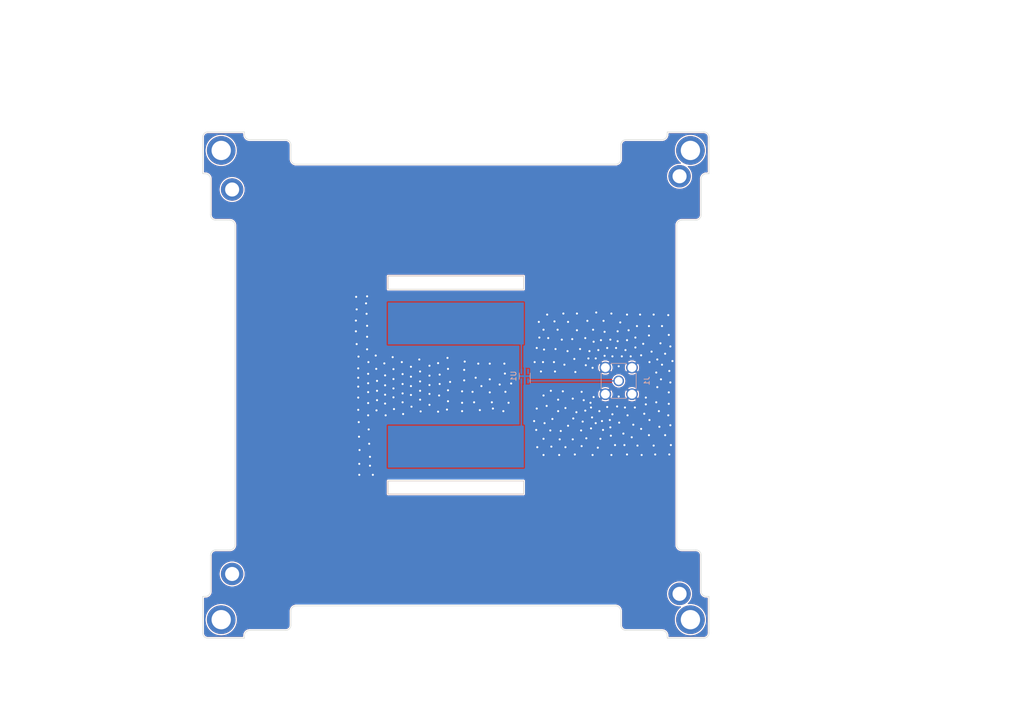
<source format=kicad_pcb>
(kicad_pcb (version 20211014) (generator pcbnew)
  (title_block (title "Updated Antenna PCB") (date "2023-02-09") (rev "3"))
  (layers (0 "F.Cu" signal) (31 "B.Cu" signal) (34 "B.Paste" user) (35 "F.Paste" user) (36 "B.SilkS" user "B.Silkscreen") (37 "F.SilkS" user "F.Silkscreen") (38 "B.Mask" user) (39 "F.Mask" user) (44 "Edge.Cuts" user))
  (net 0 "")
  (net 2 "Net-(U1-Pad4)")
  (net 3 "GND")
  (net 4 "Net-(U1-Pad3)")
  (net 5 "Net-(J1-Pad1)")
  (footprint "ISP:MountingHole_3.7mm_Pad_Modified" (layer "F.Cu") (at 163.45 143.45)
    (fp_text reference "H4")
    (fp_text value "MountingHole")
    (pad "1" thru_hole circle (at 0 0) (size 5.5 5.5) (drill 3.7) (layers *.Cu *.Mask))
  )
  (footprint "MountingHole:MountingHole_2.7mm_M2.5_DIN965_Pad" (layer "F.Cu") (at 161.364 58.495)
    (fp_text reference "H6")
    (fp_text value "MountingHole")
    (pad "1" thru_hole circle (at 0 0) (size 4.3 4.3) (drill 2.7) (layers *.Cu *.Mask))
  )
  (footprint "ISP:MountingHole_3.7mm_Pad_Modified" (layer "F.Cu") (at 73.55 53.55)
    (fp_text reference "H1")
    (fp_text value "MountingHole")
    (pad "1" thru_hole circle (at 0 0) (size 5.5 5.5) (drill 3.7) (layers *.Cu *.Mask))
  )
  (footprint "MountingHole:MountingHole_2.7mm_M2.5_DIN965_Pad" (layer "F.Cu") (at 161.364 138.505)
    (fp_text reference "H8")
    (fp_text value "MountingHole")
    (pad "1" thru_hole circle (at 0 0) (size 4.3 4.3) (drill 2.7) (layers *.Cu *.Mask))
  )
  (footprint "MountingHole:MountingHole_2.7mm_M2.5_DIN965_Pad" (layer "F.Cu") (at 75.639 134.695)
    (fp_text reference "H7")
    (fp_text value "MountingHole")
    (pad "1" thru_hole circle (at 0 0) (size 4.3 4.3) (drill 2.7) (layers *.Cu *.Mask))
  )
  (footprint "MountingHole:MountingHole_2.7mm_M2.5_DIN965_Pad" (layer "F.Cu") (at 75.639 61.035)
    (fp_text reference "H5")
    (fp_text value "MountingHole")
    (pad "1" thru_hole circle (at 0 0) (size 4.3 4.3) (drill 2.7) (layers *.Cu *.Mask))
  )
  (footprint "ISP:MountingHole_3.7mm_Pad_Modified" (layer "F.Cu") (at 73.55 143.45)
    (fp_text reference "H3")
    (fp_text value "MountingHole")
    (pad "1" thru_hole circle (at 0 0) (size 5.5 5.5) (drill 3.7) (layers *.Cu *.Mask))
  )
  (footprint "ISP:MountingHole_3.7mm_Pad_Modified" (layer "F.Cu") (at 163.45 53.55)
    (fp_text reference "H2")
    (fp_text value "MountingHole")
    (pad "1" thru_hole circle (at 0 0) (size 5.5 5.5) (drill 3.7) (layers *.Cu *.Mask))
  )
  (footprint "ISP:SMA_Connector" (layer "B.Cu") (at 149.7 97.7 90)
    (fp_text reference "J1" (at 0 5.4 90 unlocked) (layer "B.SilkS") (effects (justify mirror)))
    (fp_text value "SMA Connector Male")
    (fp_line (start 3.355 1.45) (end 3.355 -1.45) (layer "B.SilkS") (width 0.12))
    (fp_line (start -1.45 3.355) (end 1.45 3.355) (layer "B.SilkS") (width 0.12))
    (fp_line (start -3.355 1.45) (end -3.355 -1.45) (layer "B.SilkS") (width 0.12))
    (fp_line (start -1.45 -3.355) (end 1.45 -3.355) (layer "B.SilkS") (width 0.12))
    (pad "1" thru_hole circle (at 0 0 90) (size 2.05 2.05) (drill 1.5) (layers *.Mask "F.Cu" "In1.Cu" "B.Cu") (net 5 "Net-(J1-Pad1)"))
    (pad "2" thru_hole circle (at 2.55 -2.55 90) (size 2.25 2.25) (drill 1.7) (layers *.Cu *.Mask) (net 3 "GND"))
    (pad "2" thru_hole circle (at -2.55 2.55 90) (size 2.25 2.25) (drill 1.7) (layers *.Cu *.Mask) (net 3 "GND"))
    (pad "2" thru_hole circle (at -2.55 -2.55 90) (size 2.25 2.25) (drill 1.7) (layers *.Cu *.Mask) (net 3 "GND"))
    (pad "2" thru_hole circle (at 2.55 2.55 90) (size 2.25 2.25) (drill 1.7) (layers *.Cu *.Mask) (net 3 "GND"))
  )
  (footprint "ISP:Antenna_Pads" (layer "B.Cu") (at 118.5 98.5 -90)
    (fp_text reference "AE1")
    (fp_text value "Dipole_Antenna")
    (fp_line (start 18.35 -13) (end 20.89 -13) (layer "B.SilkS") (width 0.12))
    (fp_line (start -20.89 13) (end -20.89 -13) (layer "B.SilkS") (width 0.12))
    (fp_line (start 20.89 13) (end 20.89 -13) (layer "B.SilkS") (width 0.12))
    (fp_line (start 18.35 13) (end 18.35 -13) (layer "B.SilkS") (width 0.12))
    (fp_line (start -20.89 -13) (end -18.35 -13) (layer "B.SilkS") (width 0.12))
    (fp_line (start -18.35 13) (end -18.35 -13) (layer "B.SilkS") (width 0.12))
    (fp_line (start -18.35 13) (end -20.89 13) (layer "B.SilkS") (width 0.12))
    (fp_line (start 20.89 13) (end 18.35 13) (layer "B.SilkS") (width 0.12))
    (pad "1" smd rect (at -11.8 0 270) (size 8 26) (layers "B.Cu" "B.Paste" "B.Mask") (net 2 "Net-(U1-Pad4)"))
    (pad "1" smd rect (at -11.8 -12 270) (size 8 2) (layers "B.Cu" "B.Paste" "B.Mask") (net 2 "Net-(U1-Pad4)"))
    (pad "2" smd rect (at 11.8 0 270) (size 8 26) (layers "B.Cu" "B.Paste" "B.Mask") (net 4 "Net-(U1-Pad3)"))
    (pad "2" smd rect (at 11.8 -12 270) (size 8 2) (layers "B.Cu" "B.Paste" "B.Mask") (net 4 "Net-(U1-Pad3)"))
  )
  (footprint "RF_Converter:Balun_Johanson_5400BL15B050E" (layer "B.Cu") (at 131.7 96.8 90)
    (fp_text reference "U1" (at 0 -2.15 90) (layer "B.SilkS") (effects (justify mirror)))
    (fp_text value "HHM1589D1")
    (fp_line (start -1.3 1.05) (end 0.6 1.05) (layer "B.SilkS") (width 0.12))
    (fp_line (start -0.6 -1.05) (end 0.6 -1.05) (layer "B.SilkS") (width 0.12))
    (pad "1" smd rect (at -0.9 0.65 90) (size 1 0.35) (layers "B.Cu" "B.Paste" "B.Mask") (net 5 "Net-(J1-Pad1)") (clearance 0.2))
    (pad "2" smd rect (at -0.9 0 90) (size 1 0.35) (layers "B.Cu" "B.Paste" "B.Mask") (net 3 "GND"))
    (pad "3" smd rect (at -0.9 -0.65 90) (size 1 0.35) (layers "B.Cu" "B.Paste" "B.Mask") (net 4 "Net-(U1-Pad3)") (clearance 0.2))
    (pad "4" smd rect (at 0.9 -0.65 90) (size 1 0.35) (layers "B.Cu" "B.Paste" "B.Mask") (net 2 "Net-(U1-Pad4)") (clearance 0.2))
    (pad "5" smd rect (at 0.9 0 90) (size 1 0.35) (layers "B.Cu" "B.Paste" "B.Mask") (net 3 "GND"))
    (pad "6" smd rect (at 0.9 0.65 90) (size 1 0.35) (layers "B.Cu" "B.Paste" "B.Mask") (clearance 0.2))
  )
  (gr_arc (start 76.2 129.1) (mid 75.907107 129.807107) (end 75.2 130.1) (layer "Edge.Cuts") (width 0.1))
  (gr_arc (start 71.5 131.1) (mid 71.792893 130.392893) (end 72.5 130.1) (layer "Edge.Cuts") (width 0.1))
  (gr_arc (start 160.8 67.9) (mid 161.092893 67.192893) (end 161.8 66.9) (layer "Edge.Cuts") (width 0.1))
  (gr_line (start 167 58) (end 167 51) (layer "Edge.Cuts") (width 0.1))
  (gr_line (start 167 58) (end 166.5 58) (layer "Edge.Cuts") (width 0.1))
  (gr_arc (start 87.9 56.2) (mid 87.192893 55.907107) (end 86.9 55.2) (layer "Edge.Cuts") (width 0.1))
  (gr_line (start 159 50) (end 166 50) (layer "Edge.Cuts") (width 0.1))
  (gr_arc (start 166.5 139) (mid 165.792893 138.707107) (end 165.5 138) (layer "Edge.Cuts") (width 0.1))
  (gr_arc (start 71 147) (mid 70.292893 146.707107) (end 70 146) (layer "Edge.Cuts") (width 0.1))
  (gr_line (start 149.1 140.8) (end 87.9 140.8) (layer "Edge.Cuts") (width 0.1))
  (gr_arc (start 167 146) (mid 166.707107 146.707107) (end 166 147) (layer "Edge.Cuts") (width 0.1))
  (gr_arc (start 78 146.5) (mid 78.292893 145.792893) (end 79 145.5) (layer "Edge.Cuts") (width 0.1))
  (gr_arc (start 158 145.5) (mid 158.707107 145.792893) (end 159 146.5) (layer "Edge.Cuts") (width 0.1))
  (gr_line (start 70 139) (end 70 146) (layer "Edge.Cuts") (width 0.1))
  (gr_arc (start 164.5 130.1) (mid 165.207107 130.392893) (end 165.5 131.1) (layer "Edge.Cuts") (width 0.1))
  (gr_line (start 70.5 58) (end 70 58) (layer "Edge.Cuts") (width 0.1))
  (gr_line (start 150.1 141.8) (end 150.1 144.5) (layer "Edge.Cuts") (width 0.1))
  (gr_line (start 87.9 56.2) (end 149.1 56.2) (layer "Edge.Cuts") (width 0.1))
  (gr_arc (start 72.5 66.9) (mid 71.792893 66.607107) (end 71.5 65.9) (layer "Edge.Cuts") (width 0.1))
  (gr_line (start 78 147) (end 71 147) (layer "Edge.Cuts") (width 0.1))
  (gr_line (start 166 147) (end 159 147) (layer "Edge.Cuts") (width 0.1))
  (gr_line (start 166.5 139) (end 167 139) (layer "Edge.Cuts") (width 0.1))
  (gr_arc (start 159 50.5) (mid 158.707107 51.207107) (end 158 51.5) (layer "Edge.Cuts") (width 0.1))
  (gr_line (start 160.8 67.9) (end 160.8 129.1) (layer "Edge.Cuts") (width 0.1))
  (gr_line (start 85.9 145.5) (end 79 145.5) (layer "Edge.Cuts") (width 0.1))
  (gr_line (start 75.2 130.1) (end 72.5 130.1) (layer "Edge.Cuts") (width 0.1))
  (gr_line (start 165.5 59) (end 165.5 65.9) (layer "Edge.Cuts") (width 0.1))
  (gr_line (start 150.1 55.2) (end 150.1 52.5) (layer "Edge.Cuts") (width 0.1))
  (gr_arc (start 150.1 55.2) (mid 149.807107 55.907107) (end 149.1 56.2) (layer "Edge.Cuts") (width 0.1))
  (gr_line (start 86.9 141.8) (end 86.9 144.5) (layer "Edge.Cuts") (width 0.1))
  (gr_line (start 158 145.5) (end 151.1 145.5) (layer "Edge.Cuts") (width 0.1))
  (gr_arc (start 86.9 141.8) (mid 87.192893 141.092893) (end 87.9 140.8) (layer "Edge.Cuts") (width 0.1))
  (gr_rect (start 105.499582 116.850365) (end 131.499626 119.389873) (layer "Edge.Cuts") (width 0.1) (fill none))
  (gr_line (start 75.2 66.9) (end 72.5 66.9) (layer "Edge.Cuts") (width 0.1))
  (gr_rect (start 105.5 80.15) (end 131.50113 77.611303) (layer "Edge.Cuts") (width 0.1) (fill none))
  (gr_arc (start 79 51.5) (mid 78.292893 51.207107) (end 78 50.5) (layer "Edge.Cuts") (width 0.1))
  (gr_line (start 161.8 130.1) (end 164.5 130.1) (layer "Edge.Cuts") (width 0.1))
  (gr_arc (start 166 50) (mid 166.707107 50.292893) (end 167 51) (layer "Edge.Cuts") (width 0.1))
  (gr_line (start 79 51.5) (end 85.9 51.5) (layer "Edge.Cuts") (width 0.1))
  (gr_line (start 71.5 131.1) (end 71.5 138) (layer "Edge.Cuts") (width 0.1))
  (gr_line (start 161.8 66.9) (end 164.5 66.9) (layer "Edge.Cuts") (width 0.1))
  (gr_line (start 159 50) (end 159 50.5) (layer "Edge.Cuts") (width 0.1))
  (gr_arc (start 86.9 144.5) (mid 86.607107 145.207107) (end 85.9 145.5) (layer "Edge.Cuts") (width 0.1))
  (gr_line (start 78 50.5) (end 78 50) (layer "Edge.Cuts") (width 0.1))
  (gr_line (start 70 139) (end 70.5 139) (layer "Edge.Cuts") (width 0.1))
  (gr_arc (start 70.5 58) (mid 71.207107 58.292893) (end 71.5 59) (layer "Edge.Cuts") (width 0.1))
  (gr_arc (start 161.8 130.1) (mid 161.092893 129.807107) (end 160.8 129.1) (layer "Edge.Cuts") (width 0.1))
  (gr_arc (start 165.5 59) (mid 165.792893 58.292893) (end 166.5 58) (layer "Edge.Cuts") (width 0.1))
  (gr_line (start 76.2 129.1) (end 76.2 67.9) (layer "Edge.Cuts") (width 0.1))
  (gr_line (start 86.9 55.2) (end 86.9 52.5) (layer "Edge.Cuts") (width 0.1))
  (gr_line (start 70 51) (end 70 58) (layer "Edge.Cuts") (width 0.1))
  (gr_line (start 158 51.5) (end 151.1 51.5) (layer "Edge.Cuts") (width 0.1))
  (gr_line (start 71.5 59) (end 71.5 65.9) (layer "Edge.Cuts") (width 0.1))
  (gr_arc (start 85.9 51.5) (mid 86.607107 51.792893) (end 86.9 52.5) (layer "Edge.Cuts") (width 0.1))
  (gr_arc (start 165.5 65.9) (mid 165.207107 66.607107) (end 164.5 66.9) (layer "Edge.Cuts") (width 0.1))
  (gr_arc (start 149.1 140.8) (mid 149.807107 141.092893) (end 150.1 141.8) (layer "Edge.Cuts") (width 0.1))
  (gr_line (start 159 146.5) (end 159 147) (layer "Edge.Cuts") (width 0.1))
  (gr_arc (start 71.5 138) (mid 71.207107 138.707107) (end 70.5 139) (layer "Edge.Cuts") (width 0.1))
  (gr_arc (start 151.1 145.5) (mid 150.392893 145.207107) (end 150.1 144.5) (layer "Edge.Cuts") (width 0.1))
  (gr_arc (start 150.1 52.5) (mid 150.392893 51.792893) (end 151.1 51.5) (layer "Edge.Cuts") (width 0.1))
  (gr_line (start 165.5 131.1) (end 165.5 138) (layer "Edge.Cuts") (width 0.1))
  (gr_arc (start 70 51) (mid 70.292893 50.292893) (end 71 50) (layer "Edge.Cuts") (width 0.1))
  (gr_line (start 78 50) (end 71 50) (layer "Edge.Cuts") (width 0.1))
  (gr_line (start 167 139) (end 167 146) (layer "Edge.Cuts") (width 0.1))
  (gr_arc (start 75.2 66.9) (mid 75.907107 67.192893) (end 76.2 67.9) (layer "Edge.Cuts") (width 0.1))
  (gr_line (start 78 147) (end 78 146.5) (layer "Edge.Cuts") (width 0.1))
  (segment (start 131.05 87.25) (end 130.5 86.7) (width 0.25) (layer "B.Cu") (net 2))
  (segment (start 131.05 95.9) (end 131.05 87.25) (width 0.25) (layer "B.Cu") (net 2))
  (via (at 143 101.4) (size 0.8) (drill 0.4) (layers "F.Cu" "B.Cu") (net 3))
  (via (at 154.6 104) (size 0.8) (drill 0.4) (layers "F.Cu" "B.Cu") (net 3))
  (via (at 156 92.1) (size 0.8) (drill 0.4) (layers "F.Cu" "B.Cu") (net 3))
  (via (at 159.7 110) (size 0.8) (drill 0.4) (layers "F.Cu" "B.Cu") (net 3))
  (via (at 157.1 98.9) (size 0.8) (drill 0.4) (layers "F.Cu" "B.Cu") (net 3))
  (via (at 152 93) (size 0.8) (drill 0.4) (layers "F.Cu" "B.Cu") (net 3))
  (via (at 136.7 99.6) (size 0.8) (drill 0.4) (layers "F.Cu" "B.Cu") (net 3))
  (via (at 135.2 94.1) (size 0.8) (drill 0.4) (layers "F.Cu" "B.Cu") (net 3))
  (via (at 151.3 111.8) (size 0.8) (drill 0.4) (layers "F.Cu" "B.Cu") (net 3))
  (via (at 102.6 115.7) (size 0.8) (drill 0.4) (layers "F.Cu" "B.Cu") (net 3))
  (via (at 143.3 103.4) (size 0.8) (drill 0.4) (layers "F.Cu" "B.Cu") (net 3))
  (via (at 127.8 94.4) (size 0.8) (drill 0.4) (layers "F.Cu" "B.Cu") (net 3))
  (via (at 159.3 88.9) (size 0.8) (drill 0.4) (layers "F.Cu" "B.Cu") (net 3))
  (via (at 152.9 89.4) (size 0.8) (drill 0.4) (layers "F.Cu" "B.Cu") (net 3))
  (via (at 150.3 93) (size 0.8) (drill 0.4) (layers "F.Cu" "B.Cu") (net 3))
  (via (at 125.6 103) (size 0.8) (drill 0.4) (layers "F.Cu" "B.Cu") (net 3))
  (via (at 139.3 94.6) (size 0.8) (drill 0.4) (layers "F.Cu" "B.Cu") (net 3))
  (via (at 156.4 85) (size 0.8) (drill 0.4) (layers "F.Cu" "B.Cu") (net 3))
  (via (at 147 88.3) (size 0.8) (drill 0.4) (layers "F.Cu" "B.Cu") (net 3))
  (via (at 142.6 99.8) (size 0.8) (drill 0.4) (layers "F.Cu" "B.Cu") (net 3))
  (via (at 102.05 113.95) (size 0.8) (drill 0.4) (layers "F.Cu" "B.Cu") (net 3))
  (via (at 144.4 102.8) (size 0.8) (drill 0.4) (layers "F.Cu" "B.Cu") (net 3))
  (via (at 101.7 104.3) (size 0.8) (drill 0.4) (layers "F.Cu" "B.Cu") (net 3))
  (via (at 119.7 103.5) (size 0.8) (drill 0.4) (layers "F.Cu" "B.Cu") (net 3))
  (via (at 139.9 92) (size 0.8) (drill 0.4) (layers "F.Cu" "B.Cu") (net 3))
  (via (at 128 99.8) (size 0.8) (drill 0.4) (layers "F.Cu" "B.Cu") (net 3))
  (via (at 115.3 100.5) (size 0.8) (drill 0.4) (layers "F.Cu" "B.Cu") (net 3))
  (via (at 111.65 99.6) (size 0.8) (drill 0.4) (layers "F.Cu" "B.Cu") (net 3))
  (via (at 100 115.7) (size 0.8) (drill 0.4) (layers "F.Cu" "B.Cu") (net 3))
  (via (at 152.5 106.1) (size 0.8) (drill 0.4) (layers "F.Cu" "B.Cu") (net 3))
  (via (at 142.5 107.2) (size 0.8) (drill 0.4) (layers "F.Cu" "B.Cu") (net 3))
  (via (at 104.95 100.35) (size 0.8) (drill 0.4) (layers "F.Cu" "B.Cu") (net 3))
  (via (at 119.7 101.9) (size 0.8) (drill 0.4) (layers "F.Cu" "B.Cu") (net 3))
  (via (at 104.95 96.65) (size 0.8) (drill 0.4) (layers "F.Cu" "B.Cu") (net 3))
  (via (at 156.9 101.8) (size 0.8) (drill 0.4) (layers "F.Cu" "B.Cu") (net 3))
  (via (at 152.8 102.8) (size 0.8) (drill 0.4) (layers "F.Cu" "B.Cu") (net 3))
  (via (at 108.3 98.3) (size 0.8) (drill 0.4) (layers "F.Cu" "B.Cu") (net 3))
  (via (at 100 113.6) (size 0.8) (drill 0.4) (layers "F.Cu" "B.Cu") (net 3))
  (via (at 155.5 89) (size 0.8) (drill 0.4) (layers "F.Cu" "B.Cu") (net 3))
  (via (at 136.8 110.3) (size 0.8) (drill 0.4) (layers "F.Cu" "B.Cu") (net 3))
  (via (at 156.7 111.8) (size 0.8) (drill 0.4) (layers "F.Cu" "B.Cu") (net 3))
  (via (at 138 87.9) (size 0.8) (drill 0.4) (layers "F.Cu" "B.Cu") (net 3))
  (via (at 156.4 110.1) (size 0.8) (drill 0.4) (layers "F.Cu" "B.Cu") (net 3))
  (via (at 144.9 90.2) (size 0.8) (drill 0.4) (layers "F.Cu" "B.Cu") (net 3))
  (via (at 134.4 86.4) (size 0.8) (drill 0.4) (layers "F.Cu" "B.Cu") (net 3))
  (via (at 113.45 102.3) (size 0.8) (drill 0.4) (layers "F.Cu" "B.Cu") (net 3))
  (via (at 113.45 98.5) (size 0.8) (drill 0.4) (layers "F.Cu" "B.Cu") (net 3))
  (via (at 108.3 101.8) (size 0.8) (drill 0.4) (layers "F.Cu" "B.Cu") (net 3))
  (via (at 145.3 105.8) (size 0.8) (drill 0.4) (layers "F.Cu" "B.Cu") (net 3))
  (via (at 155.6 94.1) (size 0.8) (drill 0.4) (layers "F.Cu" "B.Cu") (net 3))
  (via (at 143.3 89.5) (size 0.8) (drill 0.4) (layers "F.Cu" "B.Cu") (net 3))
  (via (at 147.5 91.4) (size 0.8) (drill 0.4) (layers "F.Cu" "B.Cu") (net 3))
  (via (at 151.4 104.3) (size 0.8) (drill 0.4) (layers "F.Cu" "B.Cu") (net 3))
  (via (at 145.8 91.8) (size 0.8) (drill 0.4) (layers "F.Cu" "B.Cu") (net 3))
  (via (at 155.5 108.1) (size 0.8) (drill 0.4) (layers "F.Cu" "B.Cu") (net 3))
  (via (at 108.15 94.1) (size 0.8) (drill 0.4) (layers "F.Cu" "B.Cu") (net 3))
  (via (at 148.5 93) (size 0.8) (drill 0.4) (layers "F.Cu" "B.Cu") (net 3))
  (via (at 149.7 94.9) (size 0.8) (drill 0.4) (layers "F.Cu" "B.Cu") (net 3))
  (via (at 108.4 104.05) (size 0.8) (drill 0.4) (layers "F.Cu" "B.Cu") (net 3))
  (via (at 151.3 89.9) (size 0.8) (drill 0.4) (layers "F.Cu" "B.Cu") (net 3))
  (via (at 106.65 103.1) (size 0.8) (drill 0.4) (layers "F.Cu" "B.Cu") (net 3))
  (via (at 135.9 102.5) (size 0.8) (drill 0.4) (layers "F.Cu" "B.Cu") (net 3))
  (via (at 141 104.9) (size 0.8) (drill 0.4) (layers "F.Cu" "B.Cu") (net 3))
  (via (at 145.4 84.6) (size 0.8) (drill 0.4) (layers "F.Cu" "B.Cu") (net 3))
  (via (at 104.8 94.35) (size 0.8) (drill 0.4) (layers "F.Cu" "B.Cu") (net 3))
  (via (at 138.6 107.3) (size 0.8) (drill 0.4) (layers "F.Cu" "B.Cu") (net 3))
  (via (at 99.5 90.65) (size 0.8) (drill 0.4) (layers "F.Cu" "B.Cu") (net 3))
  (via (at 99.4 81.6) (size 0.8) (drill 0.4) (layers "F.Cu" "B.Cu") (net 3))
  (via (at 123.4 98.7) (size 0.8) (drill 0.4) (layers "F.Cu" "B.Cu") (net 3))
  (via (at 144.6 104.7) (size 0.8) (drill 0.4) (layers "F.Cu" "B.Cu") (net 3))
  (via (at 104.95 102.05) (size 0.8) (drill 0.4) (layers "F.Cu" "B.Cu") (net 3))
  (via (at 149.5 90.1) (size 0.8) (drill 0.4) (layers "F.Cu" "B.Cu") (net 3))
  (via (at 134.5 89.4) (size 0.8) (drill 0.4) (layers "F.Cu" "B.Cu") (net 3))
  (via (at 99.8 103.25) (size 0.8) (drill 0.4) (layers "F.Cu" "B.Cu") (net 3))
  (via (at 122.3 97.1) (size 0.8) (drill 0.4) (layers "F.Cu" "B.Cu") (net 3))
  (via (at 139.1 84.8) (size 0.8) (drill 0.4) (layers "F.Cu" "B.Cu") (net 3))
  (via (at 103.4 101.4) (size 0.8) (drill 0.4) (layers "F.Cu" "B.Cu") (net 3))
  (via (at 111.5 93.6) (size 0.8) (drill 0.4) (layers "F.Cu" "B.Cu") (net 3))
  (via (at 101.5 87.15) (size 0.8) (drill 0.4) (layers "F.Cu" "B.Cu") (net 3))
  (via (at 116.9 93.3) (size 0.8) (drill 0.4) (layers "F.Cu" "B.Cu") (net 3))
  (via (at 138.4 108.9) (size 0.8) (drill 0.4) (layers "F.Cu" "B.Cu") (net 3))
  (via (at 143.5 108.7) (size 0.8) (drill 0.4) (layers "F.Cu" "B.Cu") (net 3))
  (via (at 140.9 108.9) (size 0.8) (drill 0.4) (layers "F.Cu" "B.Cu") (net 3))
  (via (at 133.5 105.4) (size 0.8) (drill 0.4) (layers "F.Cu" "B.Cu") (net 3))
  (via (at 158 94.6) (size 0.8) (drill 0.4) (layers "F.Cu" "B.Cu") (net 3))
  (via (at 101.7 96.35) (size 0.8) (drill 0.4) (layers "F.Cu" "B.Cu") (net 3))
  (via (at 135.5 105.8) (size 0.8) (drill 0.4) (layers "F.Cu" "B.Cu") (net 3))
  (via (at 109.9 95) (size 0.8) (drill 0.4) (layers "F.Cu" "B.Cu") (net 3))
  (via (at 144.4 106.8) (size 0.8) (drill 0.4) (layers "F.Cu" "B.Cu") (net 3))
  (via (at 125.4 101.8) (size 0.8) (drill 0.4) (layers "F.Cu" "B.Cu") (net 3))
  (via (at 141.7 88) (size 0.8) (drill 0.4) (layers "F.Cu" "B.Cu") (net 3))
  (via (at 117 95.4) (size 0.8) (drill 0.4) (layers "F.Cu" "B.Cu") (net 3))
  (via (at 99.85 93.05) (size 0.8) (drill 0.4) (layers "F.Cu" "B.Cu") (net 3))
  (via (at 153.3 110.1) (size 0.8) (drill 0.4) (layers "F.Cu" "B.Cu") (net 3))
  (via (at 150 86.5) (size 0.8) (drill 0.4) (layers "F.Cu" "B.Cu") (net 3))
  (via (at 154.9 102.2) (size 0.8) (drill 0.4) (layers "F.Cu" "B.Cu") (net 3))
  (via (at 146.3 89.9) (size 0.8) (drill 0.4) (layers "F.Cu" "B.Cu") (net 3))
  (via (at 122.8 94.4) (size 0.8) (drill 0.4) (layers "F.Cu" "B.Cu") (net 3))
  (via (at 155.5 87.2) (size 0.8) (drill 0.4) (layers "F.Cu" "B.Cu") (net 3))
  (via (at 115.1 103.6) (size 0.8) (drill 0.4) (layers "F.Cu" "B.Cu") (net 3))
  (via (at 144.9 100.8) (size 0.8) (drill 0.4) (layers "F.Cu" "B.Cu") (net 3))
  (via (at 159.6 98) (size 0.8) (drill 0.4) (layers "F.Cu" "B.Cu") (net 3))
  (via (at 102.05 112.25) (size 0.8) (drill 0.4) (layers "F.Cu" "B.Cu") (net 3))
  (via (at 151.6 88) (size 0.8) (drill 0.4) (layers "F.Cu" "B.Cu") (net 3))
  (via (at 108.3 96.4) (size 0.8) (drill 0.4) (layers "F.Cu" "B.Cu") (net 3))
  (via (at 159.3 102.1) (size 0.8) (drill 0.4) (layers "F.Cu" "B.Cu") (net 3))
  (via (at 104.95 98.55) (size 0.8) (drill 0.4) (layers "F.Cu" "B.Cu") (net 3))
  (via (at 115.4 98.3) (size 0.8) (drill 0.4) (layers "F.Cu" "B.Cu") (net 3))
  (via (at 120.2 94) (size 0.8) (drill 0.4) (layers "F.Cu" "B.Cu") (net 3))
  (via (at 137.3 94.1) (size 0.8) (drill 0.4) (layers "F.Cu" "B.Cu") (net 3))
  (via (at 149.2 91.4) (size 0.8) (drill 0.4) (layers "F.Cu" "B.Cu") (net 3))
  (via (at 143.7 86.2) (size 0.8) (drill 0.4) (layers "F.Cu" "B.Cu") (net 3))
  (via (at 99.5 84) (size 0.8) (drill 0.4) (layers "F.Cu" "B.Cu") (net 3))
  (via (at 149.8 105.7) (size 0.8) (drill 0.4) (layers "F.Cu" "B.Cu") (net 3))
  (via (at 101.4 84.85) (size 0.8) (drill 0.4) (layers "F.Cu" "B.Cu") (net 3))
  (via (at 99.35 88.2) (size 0.8) (drill 0.4) (layers "F.Cu" "B.Cu") (net 3))
  (via (at 120.1 95.6) (size 0.8) (drill 0.4) (layers "F.Cu" "B.Cu") (net 3))
  (via (at 160 93.9) (size 0.8) (drill 0.4) (layers "F.Cu" "B.Cu") (net 3))
  (via (at 138.8 89.8) (size 0.8) (drill 0.4) (layers "F.Cu" "B.Cu") (net 3))
  (via (at 117 99.5) (size 0.8) (drill 0.4) (layers "F.Cu" "B.Cu") (net 3))
  (via (at 110 102.65) (size 0.8) (drill 0.4) (layers "F.Cu" "B.Cu") (net 3))
  (via (at 109.9 96.9) (size 0.8) (drill 0.4) (layers "F.Cu" "B.Cu") (net 3))
  (via (at 157.1 93.6) (size 0.8) (drill 0.4) (layers "F.Cu" "B.Cu") (net 3))
  (via (at 120.1 97.6) (size 0.8) (drill 0.4) (layers "F.Cu" "B.Cu") (net 3))
  (via (at 146.8 86.2) (size 0.8) (drill 0.4) (layers "F.Cu" "B.Cu") (net 3))
  (via (at 139.5 102.9) (size 0.8) (drill 0.4) (layers "F.Cu" "B.Cu") (net 3))
  (via (at 159.4 111.8) (size 0.8) (drill 0.4) (layers "F.Cu" "B.Cu") (net 3))
  (via (at 144.7 111.9) (size 0.8) (drill 0.4) (layers "F.Cu" "B.Cu") (net 3))
  (via (at 111.75 103.55) (size 0.8) (drill 0.4) (layers "F.Cu" "B.Cu") (net 3))
  (via (at 153.2 87.2) (size 0.8) (drill 0.4) (layers "F.Cu" "B.Cu") (net 3))
  (via (at 135.3 108.8) (size 0.8) (drill 0.4) (layers "F.Cu" "B.Cu") (net 3))
  (via (at 148.1 106.6) (size 0.8) (drill 0.4) (layers "F.Cu" "B.Cu") (net 3))
  (via (at 143.9 93.4) (size 0.8) (drill 0.4) (layers "F.Cu" "B.Cu") (net 3))
  (via (at 115.4 96.5) (size 0.8) (drill 0.4) (layers "F.Cu" "B.Cu") (net 3))
  (via (at 101.5 91.65) (size 0.8) (drill 0.4) (layers "F.Cu" "B.Cu") (net 3))
  (via (at 148.1 89.8) (size 0.8) (drill 0.4) (layers "F.Cu" "B.Cu") (net 3))
  (via (at 135.3 100.5) (size 0.8) (drill 0.4) (layers "F.Cu" "B.Cu") (net 3))
  (via (at 138.1 101.3) (size 0.8) (drill 0.4) (layers "F.Cu" "B.Cu") (net 3))
  (via (at 99.9 105.6) (size 0.8) (drill 0.4) (layers "F.Cu" "B.Cu") (net 3))
  (via (at 134 91.4) (size 0.8) (drill 0.4) (layers "F.Cu" "B.Cu") (net 3))
  (via (at 149.5 88.2) (size 0.8) (drill 0.4) (layers "F.Cu" "B.Cu") (net 3))
  (via (at 106.55 95.45) (size 0.8) (drill 0.4) (layers "F.Cu" "B.Cu") (net 3))
  (via (at 106.55 97.35) (size 0.8) (drill 0.4) (layers "F.Cu" "B.Cu") (net 3))
  (via (at 149.4 102.6) (size 0.8) (drill 0.4) (layers "F.Cu" "B.Cu") (net 3))
  (via (at 152.9 91.3) (size 0.8) (drill 0.4) (layers "F.Cu" "B.Cu") (net 3))
  (via (at 113.45 100.2) (size 0.8) (drill 0.4) (layers "F.Cu" "B.Cu") (net 3))
  (via (at 154.1 111.9) (size 0.8) (drill 0.4) (layers "F.Cu" "B.Cu") (net 3))
  (via (at 103.25 95.4) (size 0.8) (drill 0.4) (layers "F.Cu" "B.Cu") (net 3))
  (via (at 128.6 101.9) (size 0.8) (drill 0.4) (layers "F.Cu" "B.Cu") (net 3))
  (via (at 140.9 101.1) (size 0.8) (drill 0.4) (layers "F.Cu" "B.Cu") (net 3))
  (via (at 148.5 104.1) (size 0.8) (drill 0.4) (layers "F.Cu" "B.Cu") (net 3))
  (via (at 150.9 102.8) (size 0.8) (drill 0.4) (layers "F.Cu" "B.Cu") (net 3))
  (via (at 146 103.5) (size 0.8) (drill 0.4) (layers "F.Cu" "B.Cu") (net 3))
  (via (at 154 92.8) (size 0.8) (drill 0.4) (layers "F.Cu" "B.Cu") (net 3))
  (via (at 136.2 89.5) (size 0.8) (drill 0.4) (layers "F.Cu" "B.Cu") (net 3))
  (via (at 101.75 94.1) (size 0.8) (drill 0.4) (layers "F.Cu" "B.Cu") (net 3))
  (via (at 151.3 85) (size 0.8) (drill 0.4) (layers "F.Cu" "B.Cu") (net 3))
  (via (at 137.4 86.3) (size 0.8) (drill 0.4) (layers "F.Cu" "B.Cu") (net 3))
  (via (at 138.1 103.5) (size 0.8) (drill 0.4) (layers "F.Cu" "B.Cu") (net 3))
  (via (at 148.2 108.2) (size 0.8) (drill 0.4) (layers "F.Cu" "B.Cu") (net 3))
  (via (at 149 110) (size 0.8) (drill 0.4) (layers "F.Cu" "B.Cu") (net 3))
  (via (at 109.9 98.7) (size 0.8) (drill 0.4) (layers "F.Cu" "B.Cu") (net 3))
  (via (at 113.45 96.7) (size 0.8) (drill 0.4) (layers "F.Cu" "B.Cu") (net 3))
  (via (at 101.5 81.5) (size 0.8) (drill 0.4) (layers "F.Cu" "B.Cu") (net 3))
  (via (at 119.7 99.7) (size 0.8) (drill 0.4) (layers "F.Cu" "B.Cu") (net 3))
  (via (at 150.8 110) (size 0.8) (drill 0.4) (layers "F.Cu" "B.Cu") (net 3))
  (via (at 137.5 95.9) (size 0.8) (drill 0.4) (layers "F.Cu" "B.Cu") (net 3))
  (via (at 159.2 104.3) (size 0.8) (drill 0.4) (layers "F.Cu" "B.Cu") (net 3))
  (via (at 135.4 91.7) (size 0.8) (drill 0.4) (layers "F.Cu" "B.Cu") (net 3))
  (via (at 103.3 103.35) (size 0.8) (drill 0.4) (layers "F.Cu" "B.Cu") (net 3))
  (via (at 113.45 94.8) (size 0.8) (drill 0.4) (layers "F.Cu" "B.Cu") (net 3))
  (via (at 126.9 98.4) (size 0.8) (drill 0.4) (layers "F.Cu" "B.Cu") (net 3))
  (via (at 123.1 103.3) (size 0.8) (drill 0.4) (layers "F.Cu" "B.Cu") (net 3))
  (via (at 143.4 94.7) (size 0.8) (drill 0.4) (layers "F.Cu" "B.Cu") (net 3))
  (via (at 155.6 105.2) (size 0.8) (drill 0.4) (layers "F.Cu" "B.Cu") (net 3))
  (via (at 136.6 107.2) (size 0.8) (drill 0.4) (layers "F.Cu" "B.Cu") (net 3))
  (via (at 111.65 101.3) (size 0.8) (drill 0.4) (layers "F.Cu" "B.Cu") (net 3))
  (via (at 138.3 111.9) (size 0.8) (drill 0.4) (layers "F.Cu" "B.Cu") (net 3))
  (via (at 144.8 87.9) (size 0.8) (drill 0.4) (layers "F.Cu" "B.Cu") (net 3))
  (via (at 158.6 92.5) (size 0.8) (drill 0.4) (layers "F.Cu" "B.Cu") (net 3))
  (via (at 142.3 91.6) (size 0.8) (drill 0.4) (layers "F.Cu" "B.Cu") (net 3))
  (via (at 121.7 99.8) (size 0.8) (drill 0.4) (layers "F.Cu" "B.Cu") (net 3))
  (via (at 106.55 100.85) (size 0.8) (drill 0.4) (layers "F.Cu" "B.Cu") (net 3))
  (via (at 134.8 95.9) (size 0.8) (drill 0.4) (layers "F.Cu" "B.Cu") (net 3))
  (via (at 117.4 97.9) (size 0.8) (drill 0.4) (layers "F.Cu" "B.Cu") (net 3))
  (via (at 154 106.9) (size 0.8) (drill 0.4) (layers "F.Cu" "B.Cu") (net 3))
  (via (at 99.95 108.4) (size 0.8) (drill 0.4) (layers "F.Cu" "B.Cu") (net 3))
  (via (at 159.6 91.1) (size 0.8) (drill 0.4) (layers "F.Cu" "B.Cu") (net 3))
  (via (at 157.7 90.5) (size 0.8) (drill 0.4) (layers "F.Cu" "B.Cu") (net 3))
  (via (at 146.5 105.4) (size 0.8) (drill 0.4) (layers "F.Cu" "B.Cu") (net 3))
  (via (at 100.05 110.95) (size 0.8) (drill 0.4) (layers "F.Cu" "B.Cu") (net 3))
  (via (at 139 99.7) (size 0.8) (drill 0.4) (layers "F.Cu" "B.Cu") (net 3))
  (via (at 157.4 103.5) (size 0.8) (drill 0.4) (layers "F.Cu" "B.Cu") (net 3))
  (via (at 105.05 104.3) (size 0.8) (drill 0.4) (layers "F.Cu" "B.Cu") (net 3))
  (via (at 144.3 101.9) (size 0.8) (drill 0.4) (layers "F.Cu" "B.Cu") (net 3))
  (via (at 157.5 106.5) (size 0.8) (drill 0.4) (layers "F.Cu" "B.Cu") (net 3))
  (via (at 106.55 99.15) (size 0.8) (drill 0.4) (layers "F.Cu" "B.Cu") (net 3))
  (via (at 116.8 103.2) (size 0.8) (drill 0.4) (layers "F.Cu" "B.Cu") (net 3))
  (via (at 115.1 94.3) (size 0.8) (drill 0.4) (layers "F.Cu" "B.Cu") (net 3))
  (via (at 144.1 92) (size 0.8) (drill 0.4) (layers "F.Cu" "B.Cu") (net 3))
  (via (at 101.8 107) (size 0.8) (drill 0.4) (layers "F.Cu" "B.Cu") (net 3))
  (via (at 99.8 98.8) (size 0.8) (drill 0.4) (layers "F.Cu" "B.Cu") (net 3))
  (via (at 159.6 106.2) (size 0.8) (drill 0.4) (layers "F.Cu" "B.Cu") (net 3))
  (via (at 137.6 91.6) (size 0.8) (drill 0.4) (layers "F.Cu" "B.Cu") (net 3))
  (via (at 154.4 90.6) (size 0.8) (drill 0.4) (layers "F.Cu" "B.Cu") (net 3))
  (via (at 101.9 109.75) (size 0.8) (drill 0.4) (layers "F.Cu" "B.Cu") (net 3))
  (via (at 122 101.8) (size 0.8) (drill 0.4) (layers "F.Cu" "B.Cu") (net 3))
  (via (at 99.8 95.3) (size 0.8) (drill 0.4) (layers "F.Cu" "B.Cu") (net 3))
  (via (at 134.1 110.4) (size 0.8) (drill 0.4) (layers "F.Cu" "B.Cu") (net 3))
  (via (at 136 85) (size 0.8) (drill 0.4) (layers "F.Cu" "B.Cu") (net 3))
  (via (at 145.3 93.4) (size 0.8) (drill 0.4) (layers "F.Cu" "B.Cu") (net 3))
  (via (at 111.65 95.9) (size 0.8) (drill 0.4) (layers "F.Cu" "B.Cu") (net 3))
  (via (at 158 87.2) (size 0.8) (drill 0.4) (layers "F.Cu" "B.Cu") (net 3))
  (via (at 144.7 95.2) (size 0.8) (drill 0.4) (layers "F.Cu" "B.Cu") (net 3))
  (via (at 129.1 98.2) (size 0.8) (drill 0.4) (layers "F.Cu" "B.Cu") (net 3))
  (via (at 159.4 95.8) (size 0.8) (drill 0.4) (layers "F.Cu" "B.Cu") (net 3))
  (via (at 125 94.4) (size 0.8) (drill 0.4) (layers "F.Cu" "B.Cu") (net 3))
  (via (at 103.4 99.6) (size 0.8) (drill 0.4) (layers "F.Cu" "B.Cu") (net 3))
  (via (at 146.7 107.1) (size 0.8) (drill 0.4) (layers "F.Cu" "B.Cu") (net 3))
  (via (at 150.6 107.8) (size 0.8) (drill 0.4) (layers "F.Cu" "B.Cu") (net 3))
  (via (at 108.3 100.1) (size 0.8) (drill 0.4) (layers "F.Cu" "B.Cu") (net 3))
  (via (at 148 105.2) (size 0.8) (drill 0.4) (layers "F.Cu" "B.Cu") (net 3))
  (via (at 140 86.4) (size 0.8) (drill 0.4) (layers "F.Cu" "B.Cu") (net 3))
  (via (at 109.9 100.4) (size 0.8) (drill 0.4) (layers "F.Cu" "B.Cu") (net 3))
  (via (at 148.3 84.8) (size 0.8) (drill 0.4) (layers "F.Cu" "B.Cu") (net 3))
  (via (at 152.2 108.5) (size 0.8) (drill 0.4) (layers "F.Cu" "B.Cu") (net 3))
  (via (at 137 105) (size 0.8) (drill 0.4) (layers "F.Cu" "B.Cu") (net 3))
  (via (at 133.9 107.1) (size 0.8) (drill 0.4) (layers "F.Cu" "B.Cu") (net 3))
  (via (at 99.8 97.1) (size 0.8) (drill 0.4) (layers "F.Cu" "B.Cu") (net 3))
  (via (at 101.7 99.85) (size 0.8) (drill 0.4) (layers "F.Cu" "B.Cu") (net 3))
  (via (at 135.3 111.9) (size 0.8) (drill 0.4) (layers "F.Cu" "B.Cu") (net 3))
  (via (at 141.6 103.7) (size 0.8) (drill 0.4) (layers "F.Cu" "B.Cu") (net 3))
  (via (at 101.7 98.15) (size 0.8) (drill 0.4) (layers "F.Cu" "B.Cu") (net 3))
  (via (at 99.8 100.9) (size 0.8) (drill 0.4) (layers "F.Cu" "B.Cu") (net 3))
  (via (at 159.3 99.9) (size 0.8) (drill 0.4) (layers "F.Cu" "B.Cu") (net 3))
  (via (at 101.7 101.95) (size 0.8) (drill 0.4) (layers "F.Cu" "B.Cu") (net 3))
  (via (at 135.3 87.9) (size 0.8) (drill 0.4) (layers "F.Cu" "B.Cu") (net 3))
  (via (at 117 101.6) (size 0.8) (drill 0.4) (layers "F.Cu" "B.Cu") (net 3))
  (via (at 142.8 105.5) (size 0.8) (drill 0.4) (layers "F.Cu" "B.Cu") (net 3))
  (via (at 101.5 89.25) (size 0.8) (drill 0.4) (layers "F.Cu" "B.Cu") (net 3))
  (via (at 149.7 100.7) (size 0.8) (drill 0.4) (layers "F.Cu" "B.Cu") (net 3))
  (via (at 157.8 97.4) (size 0.8) (drill 0.4) (layers "F.Cu" "B.Cu") (net 3))
  (via (at 142.6 110.2) (size 0.8) (drill 0.4) (layers "F.Cu" "B.Cu") (net 3))
  (via (at 145.7 110.5) (size 0.8) (drill 0.4) (layers "F.Cu" "B.Cu") (net 3))
  (via (at 106.4 93.15) (size 0.8) (drill 0.4) (layers "F.Cu" "B.Cu") (net 3))
  (via (at 103.15 92.85) (size 0.8) (drill 0.4) (layers "F.Cu" "B.Cu") (net 3))
  (via (at 147 92.9) (size 0.8) (drill 0.4) (layers "F.Cu" "B.Cu") (net 3))
  (via (at 140 106.3) (size 0.8) (drill 0.4) (layers "F.Cu" "B.Cu") (net 3))
  (via (at 153.8 85) (size 0.8) (drill 0.4) (layers "F.Cu" "B.Cu") (net 3))
  (via (at 141.7 84.8) (size 0.8) (drill 0.4) (layers "F.Cu" "B.Cu") (net 3))
  (via (at 154.9 100.9) (size 0.8) (drill 0.4) (layers "F.Cu" "B.Cu") (net 3))
  (via (at 159.2 85.1) (size 0.8) (drill 0.4) (layers "F.Cu" "B.Cu") (net 3))
  (via (at 103.4 97.7) (size 0.8) (drill 0.4) (layers "F.Cu" "B.Cu") (net 3))
  (via (at 133.6 94.1) (size 0.8) (drill 0.4) (layers "F.Cu" "B.Cu") (net 3))
  (via (at 125 97.4) (size 0.8) (drill 0.4) (layers "F.Cu" "B.Cu") (net 3))
  (via (at 139.5 110.4) (size 0.8) (drill 0.4) (layers "F.Cu" "B.Cu") (net 3))
  (via (at 99.35 86.15) (size 0.8) (drill 0.4) (layers "F.Cu" "B.Cu") (net 3))
  (via (at 158.6 108.1) (size 0.8) (drill 0.4) (layers "F.Cu" "B.Cu") (net 3))
  (via (at 151 91.8) (size 0.8) (drill 0.4) (layers "F.Cu" "B.Cu") (net 3))
  (via (at 156.9 96.1) (size 0.8) (drill 0.4) (layers "F.Cu" "B.Cu") (net 3))
  (via (at 127.9 96.3) (size 0.8) (drill 0.4) (layers "F.Cu" "B.Cu") (net 3))
  (via (at 134 103) (size 0.8) (drill 0.4) (layers "F.Cu" "B.Cu") (net 3))
  (via (at 140.8 89.7) (size 0.8) (drill 0.4) (layers "F.Cu" "B.Cu") (net 3))
  (via (at 141.4 96) (size 0.8) (drill 0.4) (layers "F.Cu" "B.Cu") (net 3))
  (via (at 147.5 102.7) (size 0.8) (drill 0.4) (layers "F.Cu" "B.Cu") (net 3))
  (via (at 101.3 82.85) (size 0.8) (drill 0.4) (layers "F.Cu" "B.Cu") (net 3))
  (via (at 141.3 111.8) (size 0.8) (drill 0.4) (layers "F.Cu" "B.Cu") (net 3))
  (via (at 125 99.9) (size 0.8) (drill 0.4) (layers "F.Cu" "B.Cu") (net 3))
  (via (at 146.2 108.8) (size 0.8) (drill 0.4) (layers "F.Cu" "B.Cu") (net 3))
  (via (at 111.65 97.8) (size 0.8) (drill 0.4) (layers "F.Cu" "B.Cu") (net 3))
  (via (at 141.2 93.5) (size 0.8) (drill 0.4) (layers "F.Cu" "B.Cu") (net 3))
  (via (at 148.3 111.9) (size 0.8) (drill 0.4) (layers "F.Cu" "B.Cu") (net 3))
  (via (at 127.6 103.5) (size 0.8) (drill 0.4) (layers "F.Cu" "B.Cu") (net 3))
  (segment (start 131.15 109.65) (end 130.5 110.3) (width 0.25) (layer "B.Cu") (net 4))
  (segment (start 131.05 109.75) (end 130.5 110.3) (width 0.25) (layer "B.Cu") (net 4))
  (segment (start 131.05 97.7) (end 131.05 109.75) (width 0.25) (layer "B.Cu") (net 4))
  (segment (start 132.35 97.7) (end 149.7 97.7) (width 0.25) (layer "B.Cu") (net 5))
  (zone (net 3) (net_name "GND") (layers F&B.Cu) (connect_pads (clearance 0.254)) (min_thickness 0.2032) (fill yes (thermal_gap 0.254) (thermal_bridge_width 0.508))
    (polygon (pts (xy 168.8 47) (xy 168.8 150.05) (xy 67.7 150.05) (xy 67.7 46.85)))
  )
)
</source>
